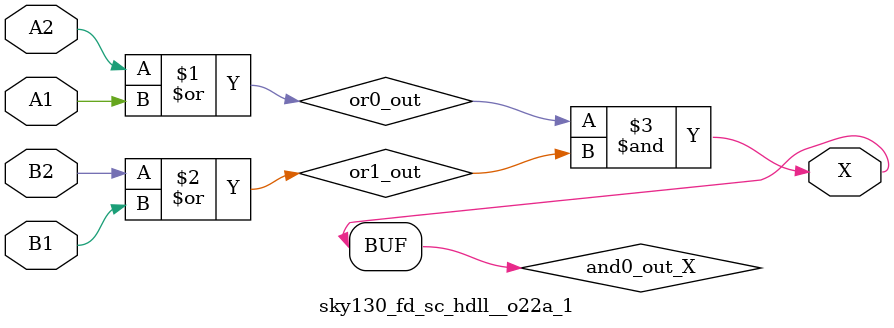
<source format=v>
/*
 * Copyright 2020 The SkyWater PDK Authors
 *
 * Licensed under the Apache License, Version 2.0 (the "License");
 * you may not use this file except in compliance with the License.
 * You may obtain a copy of the License at
 *
 *     https://www.apache.org/licenses/LICENSE-2.0
 *
 * Unless required by applicable law or agreed to in writing, software
 * distributed under the License is distributed on an "AS IS" BASIS,
 * WITHOUT WARRANTIES OR CONDITIONS OF ANY KIND, either express or implied.
 * See the License for the specific language governing permissions and
 * limitations under the License.
 *
 * SPDX-License-Identifier: Apache-2.0
*/


`ifndef SKY130_FD_SC_HDLL__O22A_1_FUNCTIONAL_V
`define SKY130_FD_SC_HDLL__O22A_1_FUNCTIONAL_V

/**
 * o22a: 2-input OR into both inputs of 2-input AND.
 *
 *       X = ((A1 | A2) & (B1 | B2))
 *
 * Verilog simulation functional model.
 */

`timescale 1ns / 1ps
`default_nettype none

`celldefine
module sky130_fd_sc_hdll__o22a_1 (
    X ,
    A1,
    A2,
    B1,
    B2
);

    // Module ports
    output X ;
    input  A1;
    input  A2;
    input  B1;
    input  B2;

    // Local signals
    wire or0_out   ;
    wire or1_out   ;
    wire and0_out_X;

    //  Name  Output      Other arguments
    or  or0  (or0_out   , A2, A1          );
    or  or1  (or1_out   , B2, B1          );
    and and0 (and0_out_X, or0_out, or1_out);
    buf buf0 (X         , and0_out_X      );

endmodule
`endcelldefine

`default_nettype wire
`endif  // SKY130_FD_SC_HDLL__O22A_1_FUNCTIONAL_V

</source>
